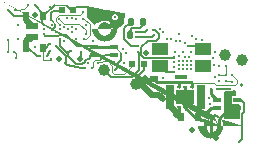
<source format=gbr>
G04 #@! TF.GenerationSoftware,KiCad,Pcbnew,7.0.9-7.0.9~ubuntu20.04.1*
G04 #@! TF.CreationDate,2023-12-28T04:07:48+00:00*
G04 #@! TF.ProjectId,yote,796f7465-2e6b-4696-9361-645f70636258,rev?*
G04 #@! TF.SameCoordinates,Original*
G04 #@! TF.FileFunction,Copper,L8,Bot*
G04 #@! TF.FilePolarity,Positive*
%FSLAX46Y46*%
G04 Gerber Fmt 4.6, Leading zero omitted, Abs format (unit mm)*
G04 Created by KiCad (PCBNEW 7.0.9-7.0.9~ubuntu20.04.1) date 2023-12-28 04:07:48*
%MOMM*%
%LPD*%
G01*
G04 APERTURE LIST*
G04 Aperture macros list*
%AMRoundRect*
0 Rectangle with rounded corners*
0 $1 Rounding radius*
0 $2 $3 $4 $5 $6 $7 $8 $9 X,Y pos of 4 corners*
0 Add a 4 corners polygon primitive as box body*
4,1,4,$2,$3,$4,$5,$6,$7,$8,$9,$2,$3,0*
0 Add four circle primitives for the rounded corners*
1,1,$1+$1,$2,$3*
1,1,$1+$1,$4,$5*
1,1,$1+$1,$6,$7*
1,1,$1+$1,$8,$9*
0 Add four rect primitives between the rounded corners*
20,1,$1+$1,$2,$3,$4,$5,0*
20,1,$1+$1,$4,$5,$6,$7,0*
20,1,$1+$1,$6,$7,$8,$9,0*
20,1,$1+$1,$8,$9,$2,$3,0*%
%AMFreePoly0*
4,1,59,-0.493204,1.039632,-0.294356,0.979312,-0.111096,0.881358,0.049533,0.749533,0.181358,0.588904,0.279312,0.405644,0.339632,0.206796,0.360000,0.000000,0.339632,-0.206796,0.279312,-0.405644,0.181358,-0.588904,0.049533,-0.749533,-0.111096,-0.881358,-0.294356,-0.979312,-0.493204,-1.039632,-0.700000,-1.060000,-0.906796,-1.039632,-1.105644,-0.979312,-1.288904,-0.881358,-1.449533,-0.749533,
-1.581358,-0.588904,-1.679312,-0.405644,-1.739632,-0.206796,-1.760000,0.000000,-1.264832,0.000000,-1.245586,-0.146189,-1.189159,-0.282416,-1.099397,-0.399397,-0.982416,-0.489159,-0.846189,-0.545586,-0.700000,-0.564832,-0.553811,-0.545586,-0.417584,-0.489159,-0.300603,-0.399397,-0.210841,-0.282416,-0.154414,-0.146189,-0.135168,0.000000,-0.154414,0.146189,-0.210841,0.282416,-0.300603,0.399397,
-0.417584,0.489159,-0.553811,0.545586,-0.700000,0.564832,-0.846189,0.545586,-0.982416,0.489159,-1.099397,0.399397,-1.189159,0.282416,-1.245586,0.146189,-1.264832,0.000000,-1.760000,0.000000,-1.739632,0.206796,-1.679312,0.405644,-1.581358,0.588904,-1.449533,0.749533,-1.288904,0.881358,-1.105644,0.979312,-0.906796,1.039632,-0.700000,1.060000,-0.493204,1.039632,-0.493204,1.039632,
$1*%
G04 Aperture macros list end*
G04 #@! TA.AperFunction,ComponentPad*
%ADD10C,1.000000*%
G04 #@! TD*
G04 #@! TA.AperFunction,ConnectorPad*
%ADD11C,1.000000*%
G04 #@! TD*
G04 #@! TA.AperFunction,SMDPad,CuDef*
%ADD12R,0.250000X0.270000*%
G04 #@! TD*
G04 #@! TA.AperFunction,SMDPad,CuDef*
%ADD13R,0.600000X0.500000*%
G04 #@! TD*
G04 #@! TA.AperFunction,SMDPad,CuDef*
%ADD14R,0.270000X0.250000*%
G04 #@! TD*
G04 #@! TA.AperFunction,SMDPad,CuDef*
%ADD15R,0.600000X0.800000*%
G04 #@! TD*
G04 #@! TA.AperFunction,SMDPad,CuDef*
%ADD16R,1.400000X1.050000*%
G04 #@! TD*
G04 #@! TA.AperFunction,SMDPad,CuDef*
%ADD17R,1.100000X0.350000*%
G04 #@! TD*
G04 #@! TA.AperFunction,SMDPad,CuDef*
%ADD18R,0.750000X0.450000*%
G04 #@! TD*
G04 #@! TA.AperFunction,SMDPad,CuDef*
%ADD19FreePoly0,0.000000*%
G04 #@! TD*
G04 #@! TA.AperFunction,SMDPad,CuDef*
%ADD20FreePoly0,180.000000*%
G04 #@! TD*
G04 #@! TA.AperFunction,SMDPad,CuDef*
%ADD21R,0.355600X0.254000*%
G04 #@! TD*
G04 #@! TA.AperFunction,SMDPad,CuDef*
%ADD22R,0.635000X2.057400*%
G04 #@! TD*
G04 #@! TA.AperFunction,SMDPad,CuDef*
%ADD23R,1.549400X1.143000*%
G04 #@! TD*
G04 #@! TA.AperFunction,SMDPad,CuDef*
%ADD24R,1.092200X0.508000*%
G04 #@! TD*
G04 #@! TA.AperFunction,SMDPad,CuDef*
%ADD25RoundRect,0.147500X0.147500X0.172500X-0.147500X0.172500X-0.147500X-0.172500X0.147500X-0.172500X0*%
G04 #@! TD*
G04 #@! TA.AperFunction,SMDPad,CuDef*
%ADD26RoundRect,0.050000X0.200000X0.275000X-0.200000X0.275000X-0.200000X-0.275000X0.200000X-0.275000X0*%
G04 #@! TD*
G04 #@! TA.AperFunction,SMDPad,CuDef*
%ADD27RoundRect,0.050000X0.200000X0.050000X-0.200000X0.050000X-0.200000X-0.050000X0.200000X-0.050000X0*%
G04 #@! TD*
G04 #@! TA.AperFunction,SMDPad,CuDef*
%ADD28R,0.800000X0.600000*%
G04 #@! TD*
G04 #@! TA.AperFunction,ViaPad*
%ADD29C,0.300000*%
G04 #@! TD*
G04 #@! TA.AperFunction,ViaPad*
%ADD30C,0.500000*%
G04 #@! TD*
G04 #@! TA.AperFunction,Conductor*
%ADD31C,0.110000*%
G04 #@! TD*
G04 #@! TA.AperFunction,Conductor*
%ADD32C,0.150000*%
G04 #@! TD*
G04 #@! TA.AperFunction,Conductor*
%ADD33C,0.250000*%
G04 #@! TD*
G04 #@! TA.AperFunction,Conductor*
%ADD34C,0.500000*%
G04 #@! TD*
G04 APERTURE END LIST*
D10*
X111660000Y-74420000D03*
D11*
X111660000Y-74420000D03*
D10*
X120650000Y-72400000D03*
D11*
X120650000Y-72400000D03*
D10*
X119200000Y-72000000D03*
D11*
X119200000Y-72000000D03*
D10*
X108980000Y-73220000D03*
D11*
X108980000Y-73220000D03*
D12*
X103555000Y-72070000D03*
X104105000Y-72070000D03*
X102550000Y-67760000D03*
X103100000Y-67760000D03*
D13*
X105370000Y-68160000D03*
X106370000Y-68160000D03*
D14*
X107160000Y-68350000D03*
X107160000Y-68900000D03*
X119270000Y-74225000D03*
X119270000Y-73675000D03*
D12*
X100835000Y-71700000D03*
X101385000Y-71700000D03*
D15*
X102400000Y-68650000D03*
X103800000Y-68650000D03*
D14*
X119810000Y-73680000D03*
X119810000Y-74230000D03*
D16*
X113720000Y-72950000D03*
X117320000Y-72950000D03*
X113720000Y-71500000D03*
X117320000Y-71500000D03*
D17*
X115520000Y-73875000D03*
D14*
X118725000Y-73670000D03*
X118725000Y-74220000D03*
D15*
X115520000Y-77200000D03*
X116920000Y-77200000D03*
D14*
X106980000Y-71185000D03*
X106980000Y-71735000D03*
D18*
X109839999Y-71999999D03*
X109839999Y-71299999D03*
X108139999Y-71999999D03*
X108139999Y-71299999D03*
D19*
X109689999Y-69819999D03*
D18*
X118554983Y-75794529D03*
X118554983Y-76494529D03*
X120254983Y-75794529D03*
X120254983Y-76494529D03*
D20*
X118704983Y-77974529D03*
D21*
X116409999Y-76345500D03*
X115860000Y-76345500D03*
X115310001Y-76345500D03*
X115310001Y-74694500D03*
X115860000Y-74694500D03*
X116409999Y-74694500D03*
D22*
X117142700Y-75520000D03*
X114577300Y-75520000D03*
D23*
X115860000Y-75520000D03*
D14*
X117520000Y-76965000D03*
X117520000Y-77515000D03*
D12*
X113125000Y-69900000D03*
X112575000Y-69900000D03*
D24*
X102900000Y-70500000D03*
X102900000Y-69500002D03*
D25*
X112242500Y-69200000D03*
X111272500Y-69200000D03*
D14*
X104400000Y-71625000D03*
X104400000Y-71075000D03*
D26*
X111125000Y-70275000D03*
D27*
X111875000Y-70050000D03*
X111875000Y-70500000D03*
D14*
X111800000Y-71750000D03*
X111800000Y-71200000D03*
D15*
X102370000Y-71350000D03*
X103770000Y-71350000D03*
D12*
X100865000Y-68200000D03*
X101415000Y-68200000D03*
X118560000Y-74850000D03*
X118010000Y-74850000D03*
X107385000Y-73050000D03*
X107935000Y-73050000D03*
D28*
X113160000Y-73980000D03*
X113160000Y-75380000D03*
D13*
X111350000Y-72750000D03*
X112350000Y-72750000D03*
D29*
X106265000Y-70020000D03*
X120593635Y-74482572D03*
X113995915Y-70044085D03*
X118350000Y-71700000D03*
D30*
X103090000Y-68560000D03*
X112550000Y-71775500D03*
D29*
X117872647Y-75627676D03*
X107298710Y-70648710D03*
D30*
X116455500Y-78340000D03*
D29*
X115315193Y-70204066D03*
X118358901Y-73873122D03*
X115640000Y-72460000D03*
X106610000Y-70620000D03*
X115990000Y-73160000D03*
X116450000Y-75550000D03*
X104540000Y-69444500D03*
X119960998Y-75035000D03*
X115990000Y-72810000D03*
X108470000Y-68430000D03*
X116073613Y-71238385D03*
X116340000Y-73160000D03*
X115245500Y-75297913D03*
X116451757Y-75162000D03*
X115286763Y-72455603D03*
X106610000Y-69820000D03*
X116343733Y-72464508D03*
X116340000Y-72810000D03*
D30*
X106890500Y-72353158D03*
D29*
X115640000Y-73160000D03*
D30*
X110407273Y-68852728D03*
D29*
X101540000Y-72210000D03*
X110592772Y-71496000D03*
X104357921Y-67950929D03*
X104437541Y-72324531D03*
X115640000Y-72810000D03*
D30*
X117045498Y-76888202D03*
X117550000Y-78409502D03*
D29*
X106233243Y-68113243D03*
X103850000Y-69420000D03*
X118690776Y-74214500D03*
X115290000Y-73160000D03*
X115990000Y-72460000D03*
X104890000Y-70020000D03*
X113926405Y-73896403D03*
X104195000Y-69620000D03*
X115280000Y-72800000D03*
X113221465Y-70316237D03*
D30*
X113922579Y-75704187D03*
D29*
X117967862Y-76130729D03*
X118195280Y-72203968D03*
X100820000Y-70690000D03*
D30*
X118452540Y-79041222D03*
D29*
X103850000Y-70220000D03*
X109927006Y-73247332D03*
D30*
X105180000Y-72280000D03*
X115035000Y-77029502D03*
D29*
X108047488Y-70810499D03*
X104544410Y-69833978D03*
X109905141Y-68774859D03*
D30*
X112415500Y-73914500D03*
D29*
X107650000Y-72650000D03*
X119295000Y-72895000D03*
X114913972Y-72571060D03*
D30*
X102812623Y-70628280D03*
D29*
X103850000Y-69820000D03*
D30*
X102745106Y-69402935D03*
D29*
X118273654Y-72815000D03*
X101690000Y-69420000D03*
X101690000Y-70640000D03*
X118739016Y-72939500D03*
X115640000Y-71760000D03*
X103150000Y-71319300D03*
X119600000Y-74820000D03*
X104885000Y-71220000D03*
X105662997Y-72684507D03*
X105238308Y-69424166D03*
X116340000Y-71760000D03*
X114924625Y-73447668D03*
X108479500Y-72674500D03*
X114927603Y-73017238D03*
X110830062Y-71810500D03*
X116198698Y-72117929D03*
X109771169Y-72602516D03*
X115810914Y-72110001D03*
X107407259Y-69417259D03*
X113717386Y-69754500D03*
X105810000Y-68856008D03*
X105575000Y-69620000D03*
X114940000Y-71760000D03*
X110620000Y-72680000D03*
X116740000Y-70590000D03*
X116400089Y-70399811D03*
X105570000Y-70820000D03*
X115428191Y-70825896D03*
X105230000Y-69820000D03*
X115043979Y-70761914D03*
X106214050Y-68863709D03*
X106630000Y-68899502D03*
X114276503Y-70651731D03*
X106260000Y-69620000D03*
X117280000Y-70735498D03*
X115822688Y-70940478D03*
X105926643Y-69821457D03*
X114665598Y-70669500D03*
X105185500Y-68949981D03*
X107452080Y-70190500D03*
X115299474Y-72080115D03*
X105230000Y-70620000D03*
X120424469Y-79324468D03*
X106184477Y-71610500D03*
X114908757Y-72159788D03*
D31*
X119295000Y-72895000D02*
X119270000Y-72920000D01*
X119270000Y-72920000D02*
X119270000Y-73675000D01*
D32*
X104885000Y-71220000D02*
X104893689Y-71220000D01*
X104893689Y-71220000D02*
X105710000Y-72036311D01*
X105710000Y-72036311D02*
X105710000Y-72637504D01*
X105710000Y-72637504D02*
X105662997Y-72684507D01*
D31*
X107307194Y-68900000D02*
X107160000Y-68900000D01*
X107421290Y-70648710D02*
X107747080Y-70322920D01*
D33*
X120593635Y-74482572D02*
X120584952Y-74482572D01*
D31*
X107747080Y-69339886D02*
X107307194Y-68900000D01*
X107747080Y-70322920D02*
X107747080Y-69339886D01*
X107298710Y-70648710D02*
X107421290Y-70648710D01*
D33*
X120584952Y-74482572D02*
X120572380Y-74470000D01*
D32*
X116073613Y-71238385D02*
X117048385Y-71238385D01*
X106360000Y-68170000D02*
X106575395Y-67954605D01*
X103830000Y-68490000D02*
X103830000Y-68720000D01*
X111660000Y-74420000D02*
X111660000Y-73965000D01*
X112350000Y-73275000D02*
X112350000Y-72875000D01*
X120004529Y-76494529D02*
X120254983Y-76494529D01*
D33*
X115860000Y-76442801D02*
X116637199Y-77220000D01*
D32*
X104065000Y-71350000D02*
X104340000Y-71075000D01*
D33*
X119584983Y-76494529D02*
X118704983Y-77374529D01*
X110407273Y-69102725D02*
X109689999Y-69819999D01*
D32*
X105840571Y-67859429D02*
X106151141Y-68170000D01*
D33*
X116637199Y-77220000D02*
X116900000Y-77220000D01*
X115860000Y-74694500D02*
X115860000Y-75520000D01*
D32*
X103740000Y-69310000D02*
X103850000Y-69420000D01*
D31*
X103825000Y-72392130D02*
X103825000Y-71455000D01*
D34*
X112100000Y-74420000D02*
X111660000Y-74420000D01*
X113160000Y-75380000D02*
X113060000Y-75380000D01*
D32*
X106890500Y-72353158D02*
X106980000Y-72263658D01*
D31*
X105731142Y-67750000D02*
X104800000Y-67750000D01*
D32*
X109120000Y-68460000D02*
X110220000Y-68460000D01*
X106980000Y-72263658D02*
X106980000Y-71735000D01*
D33*
X117195000Y-77515000D02*
X117520000Y-77515000D01*
D31*
X110480001Y-68780000D02*
X110407273Y-68852728D01*
D32*
X109077642Y-68460000D02*
X109120000Y-68460000D01*
D31*
X101540000Y-71855000D02*
X101385000Y-71700000D01*
D32*
X106575395Y-67954605D02*
X107435308Y-67954605D01*
D34*
X113060000Y-75380000D02*
X112100000Y-74420000D01*
D32*
X111660000Y-73965000D02*
X112350000Y-73275000D01*
D31*
X103825000Y-71455000D02*
X103720000Y-71350000D01*
D33*
X120254983Y-76494529D02*
X119584983Y-76494529D01*
D32*
X108761721Y-68144079D02*
X109077642Y-68460000D01*
X103720000Y-71350000D02*
X104065000Y-71350000D01*
D33*
X115860000Y-76345500D02*
X115860000Y-75520000D01*
D32*
X113037702Y-70500000D02*
X111875000Y-70500000D01*
D33*
X110407273Y-68852728D02*
X110407273Y-69102725D01*
X119960998Y-75039002D02*
X119560000Y-75440000D01*
X119960998Y-75035000D02*
X119960998Y-75039002D01*
D31*
X105840571Y-67859429D02*
X105731142Y-67750000D01*
D33*
X116900000Y-77220000D02*
X117195000Y-77515000D01*
D31*
X101540000Y-72210000D02*
X101540000Y-71855000D01*
D32*
X104800000Y-67750000D02*
X103830000Y-68720000D01*
X110407273Y-68647273D02*
X110407273Y-68852728D01*
D33*
X119560000Y-76209546D02*
X119844983Y-76494529D01*
D32*
X117048385Y-71238385D02*
X117320000Y-71510000D01*
D33*
X115860000Y-76345500D02*
X115860000Y-76442801D01*
D32*
X103740000Y-68670000D02*
X103740000Y-69310000D01*
D33*
X119560000Y-75440000D02*
X119560000Y-76209546D01*
D32*
X106151141Y-68170000D02*
X106360000Y-68170000D01*
X110220000Y-68460000D02*
X110407273Y-68647273D01*
X113221465Y-70316237D02*
X113037702Y-70500000D01*
D33*
X117550000Y-77545000D02*
X117520000Y-77515000D01*
D34*
X113598392Y-75380000D02*
X113922579Y-75704187D01*
D31*
X103825000Y-72392130D02*
X104472352Y-72392130D01*
D34*
X113160000Y-75380000D02*
X113598392Y-75380000D01*
D33*
X118704983Y-77374529D02*
X118704983Y-77974529D01*
D32*
X103100000Y-67760000D02*
X103830000Y-68490000D01*
D33*
X120254983Y-76494529D02*
X119844983Y-76494529D01*
D32*
X107435308Y-67954605D02*
X108761721Y-68144079D01*
D33*
X117550000Y-78409502D02*
X117550000Y-77545000D01*
D31*
X100820000Y-70690000D02*
X100820000Y-71685000D01*
X100820000Y-71685000D02*
X100835000Y-71700000D01*
D32*
X110400000Y-72400000D02*
X110400000Y-71775000D01*
X106685000Y-71185000D02*
X106980000Y-71185000D01*
X105058081Y-70341919D02*
X105120000Y-70280000D01*
D33*
X118040000Y-77345000D02*
X117660000Y-76965000D01*
X118040000Y-78590000D02*
X118040000Y-77345000D01*
X117520000Y-76965000D02*
X117990472Y-76494528D01*
D32*
X105780000Y-70280000D02*
X106685000Y-71185000D01*
X109927006Y-73247332D02*
X110086169Y-73088169D01*
X110086169Y-72713831D02*
X110400000Y-72400000D01*
X103971919Y-70341919D02*
X105058081Y-70341919D01*
X105120000Y-70280000D02*
X105780000Y-70280000D01*
D31*
X110400000Y-71775000D02*
X109924999Y-71299999D01*
X109924999Y-71299999D02*
X109839999Y-71299999D01*
D32*
X106980000Y-71185000D02*
X108025000Y-71185000D01*
X110086169Y-73088169D02*
X110086169Y-72713831D01*
D33*
X108139999Y-71310001D02*
X109840001Y-71310001D01*
D32*
X103850000Y-70220000D02*
X103971919Y-70341919D01*
D33*
X118452540Y-79002540D02*
X118040000Y-78590000D01*
X118452540Y-79041222D02*
X118452540Y-79002540D01*
X117990472Y-76494528D02*
X118554982Y-76494528D01*
D32*
X108025000Y-71185000D02*
X108139999Y-71299999D01*
D33*
X117660000Y-76965000D02*
X117520000Y-76965000D01*
D34*
X114577300Y-75520000D02*
X114577300Y-76297300D01*
X114577300Y-76297300D02*
X115500000Y-77220000D01*
D33*
X115310001Y-77030001D02*
X115500000Y-77220000D01*
X115500000Y-77220000D02*
X115225498Y-77220000D01*
X115310001Y-76345500D02*
X115310001Y-77030001D01*
X115225498Y-77220000D02*
X115035000Y-77029502D01*
D31*
X101968800Y-68118800D02*
X102191200Y-68118800D01*
X102191200Y-68118800D02*
X102550000Y-67760000D01*
X101415000Y-68200000D02*
X101887600Y-68200000D01*
X101887600Y-68200000D02*
X101968800Y-68118800D01*
D32*
X104105000Y-72070000D02*
X104340000Y-71835000D01*
X104340000Y-71835000D02*
X104340000Y-71625000D01*
X104490000Y-68420000D02*
X104490000Y-68977306D01*
X104642194Y-69129500D02*
X104670478Y-69129500D01*
D31*
X104855000Y-69342306D02*
X104681347Y-69168653D01*
D32*
X104544410Y-69833978D02*
X104596000Y-69833978D01*
X104855000Y-69574978D02*
X104855000Y-69390000D01*
X104660000Y-68250000D02*
X104490000Y-68420000D01*
X104596000Y-69833978D02*
X104855000Y-69574978D01*
X105240000Y-68250000D02*
X104660000Y-68250000D01*
X104490000Y-68977306D02*
X104642194Y-69129500D01*
D31*
X104855000Y-69390000D02*
X104855000Y-69342306D01*
D33*
X116368799Y-74276300D02*
X116409999Y-74317500D01*
D31*
X120200000Y-74070000D02*
X119810000Y-73680000D01*
X116409999Y-74317500D02*
X116418106Y-74325607D01*
X118487306Y-74509500D02*
X120080500Y-74509500D01*
D33*
X115310000Y-74276300D02*
X115310001Y-74694500D01*
D31*
X120200000Y-74390000D02*
X120200000Y-74070000D01*
D33*
X115310000Y-74276300D02*
X116368799Y-74276300D01*
D31*
X116418106Y-74325607D02*
X118303413Y-74325607D01*
D33*
X116409999Y-74317500D02*
X116409999Y-74694500D01*
X113160000Y-73980000D02*
X112481000Y-73980000D01*
D31*
X120080500Y-74509500D02*
X120200000Y-74390000D01*
D33*
X113456300Y-74276300D02*
X115310000Y-74276300D01*
D31*
X118303413Y-74325607D02*
X118487306Y-74509500D01*
X119839502Y-73650498D02*
X119810000Y-73680000D01*
D33*
X112481000Y-73980000D02*
X112415500Y-73914500D01*
X113160000Y-73980000D02*
X113456300Y-74276300D01*
D31*
X119170000Y-73675000D02*
X118725000Y-73675000D01*
X118725000Y-73675000D02*
X118720000Y-73670000D01*
D34*
X102320000Y-71350000D02*
X102320000Y-70764099D01*
D32*
X103555000Y-72070000D02*
X103270000Y-72070000D01*
X102550000Y-71350000D02*
X102320000Y-71350000D01*
X103270000Y-72070000D02*
X102550000Y-71350000D01*
D34*
X102320000Y-70764099D02*
X102574100Y-70509999D01*
X102400000Y-68650000D02*
X102400000Y-69000002D01*
D32*
X100865000Y-68200000D02*
X100865000Y-68190000D01*
X102340000Y-68670000D02*
X101335000Y-68670000D01*
D34*
X102400000Y-69000002D02*
X102900000Y-69500002D01*
D32*
X101335000Y-68670000D02*
X100865000Y-68200000D01*
X111125000Y-69950000D02*
X111125000Y-70275000D01*
X111975000Y-69725000D02*
X111350000Y-69725000D01*
X112425000Y-69275000D02*
X111975000Y-69725000D01*
X111350000Y-69725000D02*
X111125000Y-69950000D01*
X105760469Y-72781979D02*
X105796216Y-72788055D01*
X107048736Y-73080000D02*
X107355000Y-73080000D01*
X106678966Y-72980910D02*
X107048736Y-73080000D01*
X119600000Y-74820000D02*
X118590000Y-74820000D01*
X105662997Y-72684507D02*
X105760469Y-72781979D01*
X105796216Y-72788055D02*
X106678966Y-72980910D01*
X118590000Y-74820000D02*
X118560000Y-74850000D01*
X107355000Y-73080000D02*
X107385000Y-73050000D01*
D33*
X118010000Y-75249547D02*
X118010000Y-74850000D01*
X118554982Y-75794529D02*
X118010000Y-75249547D01*
D31*
X108000000Y-72970000D02*
X108000000Y-72540000D01*
D32*
X108734989Y-72300000D02*
X109034990Y-71999999D01*
D31*
X108654989Y-72380000D02*
X108734989Y-72300000D01*
D32*
X109034990Y-71999999D02*
X109840000Y-71999999D01*
D31*
X108160000Y-72380000D02*
X108654989Y-72380000D01*
X108000000Y-72540000D02*
X108160000Y-72380000D01*
X104890500Y-68827787D02*
X105156779Y-68561508D01*
X104890500Y-69076358D02*
X104890500Y-68827787D01*
X105156779Y-68561508D02*
X106948492Y-68561508D01*
X106948492Y-68561508D02*
X107160000Y-68350000D01*
X105238308Y-69424166D02*
X104890500Y-69076358D01*
D32*
X114207668Y-73447668D02*
X113720000Y-72960000D01*
X114924625Y-73447668D02*
X114207668Y-73447668D01*
D31*
X110675000Y-73550000D02*
X111350000Y-72875000D01*
X109632006Y-73382006D02*
X109800000Y-73550000D01*
X109800000Y-73550000D02*
X110675000Y-73550000D01*
X108766115Y-72580000D02*
X108871115Y-72475000D01*
X109632006Y-73125138D02*
X109632006Y-73382006D01*
X109476169Y-72724710D02*
X109655000Y-72903541D01*
X108574000Y-72580000D02*
X108766115Y-72580000D01*
X108871115Y-72475000D02*
X109325000Y-72475000D01*
X109325000Y-72475000D02*
X109476169Y-72626169D01*
X109655000Y-72903541D02*
X109655000Y-73102144D01*
X109476169Y-72626169D02*
X109476169Y-72724710D01*
X109655000Y-73102144D02*
X109632006Y-73125138D01*
X108479500Y-72674500D02*
X108574000Y-72580000D01*
X107452080Y-70190500D02*
X107452080Y-69892080D01*
X106885000Y-69325000D02*
X105560519Y-69325000D01*
X107452080Y-69892080D02*
X106885000Y-69325000D01*
X105560519Y-69325000D02*
X105185500Y-68949981D01*
D32*
X106597437Y-72717437D02*
X106827311Y-72767658D01*
X120534985Y-75794529D02*
X120254984Y-75794529D01*
X120819984Y-76079528D02*
X120534985Y-75794529D01*
X120819984Y-76840016D02*
X120819984Y-76079528D01*
X107142342Y-72767658D02*
X107335000Y-72575000D01*
X105230000Y-70620000D02*
X105230000Y-71216899D01*
X105950000Y-71936900D02*
X105950000Y-72070000D01*
X107519522Y-72335000D02*
X107720000Y-72335000D01*
X120670000Y-79078937D02*
X120670000Y-76990000D01*
X106827311Y-72767658D02*
X107142342Y-72767658D01*
X105841550Y-71828450D02*
X105950000Y-71936900D01*
X120670000Y-76990000D02*
X120819984Y-76840016D01*
X106059500Y-71610500D02*
X105841550Y-71828450D01*
X107335000Y-72519522D02*
X107519522Y-72335000D01*
X107720000Y-72335000D02*
X107800000Y-72255000D01*
X120424469Y-79324468D02*
X120670000Y-79078937D01*
X105230000Y-71216899D02*
X105841550Y-71828450D01*
X107335000Y-72575000D02*
X107335000Y-72519522D01*
X106184477Y-71610500D02*
X106059500Y-71610500D01*
X107800000Y-72255000D02*
X107800000Y-72010000D01*
X105950000Y-72070000D02*
X106597437Y-72717437D01*
D33*
X116409999Y-76345500D02*
X116837799Y-76345500D01*
X116837799Y-76345500D02*
X117142700Y-76040599D01*
D31*
X119270000Y-74225000D02*
X119805000Y-74225000D01*
X119805000Y-74225000D02*
X119810000Y-74230000D01*
D32*
X111301474Y-73803526D02*
X111885000Y-73220000D01*
X111885000Y-73220000D02*
X111885000Y-71835000D01*
X108975000Y-73220000D02*
X109558526Y-73803526D01*
X111885000Y-71835000D02*
X111800000Y-71750000D01*
X109558526Y-73803526D02*
X111301474Y-73803526D01*
X111800000Y-71200000D02*
X111269558Y-71200000D01*
X111160001Y-69275000D02*
X111455000Y-69275000D01*
X111269558Y-71200000D02*
X110697273Y-70627715D01*
X110697273Y-69737728D02*
X111160001Y-69275000D01*
X110697273Y-70627715D02*
X110697273Y-69737728D01*
X113578185Y-70228185D02*
X113250000Y-69900000D01*
X114908757Y-72159788D02*
X114868545Y-72200000D01*
X112387601Y-72200000D02*
X112135000Y-71947399D01*
X112135000Y-71340000D02*
X112685000Y-70790000D01*
X113578185Y-70546815D02*
X113578185Y-70228185D01*
X112135000Y-71947399D02*
X112135000Y-71340000D01*
X113335000Y-70790000D02*
X113578185Y-70546815D01*
X112685000Y-70790000D02*
X113335000Y-70790000D01*
X113250000Y-69900000D02*
X113125000Y-69900000D01*
X114868545Y-72200000D02*
X112387601Y-72200000D01*
X111875000Y-70050000D02*
X112425000Y-70050000D01*
X112425000Y-70050000D02*
X112575000Y-69900000D01*
G04 #@! TA.AperFunction,Conductor*
G36*
X107652846Y-67902044D02*
G01*
X109130000Y-68130000D01*
X109912637Y-68274043D01*
X109975005Y-68305537D01*
X109987559Y-68326866D01*
X109999777Y-68315493D01*
X110068537Y-68303090D01*
X110077712Y-68304425D01*
X110646023Y-68409022D01*
X110708391Y-68440516D01*
X110743832Y-68500730D01*
X110746766Y-68545134D01*
X110665879Y-69248851D01*
X110638668Y-69313204D01*
X110619620Y-69331942D01*
X110090686Y-69750352D01*
X110025896Y-69776505D01*
X109957251Y-69763479D01*
X109913894Y-69726610D01*
X109460001Y-69110001D01*
X109460000Y-69110000D01*
X109405141Y-69107428D01*
X108820000Y-69079999D01*
X108214150Y-69387314D01*
X108145458Y-69400085D01*
X108080765Y-69373692D01*
X108066425Y-69360272D01*
X107542369Y-68785501D01*
X107537181Y-68774861D01*
X109649733Y-68774861D01*
X109669174Y-68872597D01*
X109669174Y-68872598D01*
X109669175Y-68872599D01*
X109724540Y-68955460D01*
X109807401Y-69010825D01*
X109839981Y-69017305D01*
X109905139Y-69030267D01*
X109905141Y-69030267D01*
X109905143Y-69030267D01*
X109954011Y-69020546D01*
X110002881Y-69010825D01*
X110085742Y-68955460D01*
X110141107Y-68872599D01*
X110160408Y-68775570D01*
X110160549Y-68774861D01*
X110160549Y-68774856D01*
X110141107Y-68677120D01*
X110141107Y-68677119D01*
X110085742Y-68594258D01*
X110002881Y-68538893D01*
X110002880Y-68538892D01*
X109992726Y-68532108D01*
X109994174Y-68529940D01*
X109955267Y-68498585D01*
X109914383Y-68517612D01*
X109807402Y-68538892D01*
X109724540Y-68594258D01*
X109669174Y-68677120D01*
X109649733Y-68774856D01*
X109649733Y-68774861D01*
X107537181Y-68774861D01*
X107511747Y-68722700D01*
X107510000Y-68701956D01*
X107510000Y-68024603D01*
X107529685Y-67957564D01*
X107582489Y-67911809D01*
X107651647Y-67901865D01*
X107652846Y-67902044D01*
G37*
G04 #@! TD.AperFunction*
G04 #@! TA.AperFunction,Conductor*
G36*
X119584791Y-75072382D02*
G01*
X119600000Y-75075408D01*
X119615208Y-75072382D01*
X119639399Y-75070000D01*
X119988362Y-75070000D01*
X120055401Y-75089685D01*
X120101156Y-75142489D01*
X120112339Y-75191617D01*
X120115242Y-75342646D01*
X120096850Y-75410051D01*
X120044935Y-75456813D01*
X119991266Y-75469029D01*
X119870088Y-75469029D01*
X119870080Y-75469030D01*
X119840770Y-75474859D01*
X119807525Y-75497071D01*
X119785315Y-75530314D01*
X119785312Y-75530320D01*
X119779483Y-75559627D01*
X119779483Y-76029423D01*
X119779484Y-76029431D01*
X119785313Y-76058741D01*
X119807525Y-76091986D01*
X119824202Y-76103128D01*
X119840770Y-76114198D01*
X119840773Y-76114198D01*
X119840774Y-76114199D01*
X119850630Y-76116159D01*
X119870084Y-76120029D01*
X120346001Y-76120028D01*
X120413039Y-76139712D01*
X120458794Y-76192516D01*
X120470000Y-76244028D01*
X120470000Y-77302326D01*
X120450315Y-77369365D01*
X120397511Y-77415120D01*
X120342381Y-77426273D01*
X119220381Y-77393514D01*
X119153945Y-77371881D01*
X119109750Y-77317765D01*
X119100000Y-77269567D01*
X119100000Y-75194000D01*
X119119685Y-75126961D01*
X119172489Y-75081206D01*
X119224000Y-75070000D01*
X119560601Y-75070000D01*
X119584791Y-75072382D01*
G37*
G04 #@! TD.AperFunction*
M02*

</source>
